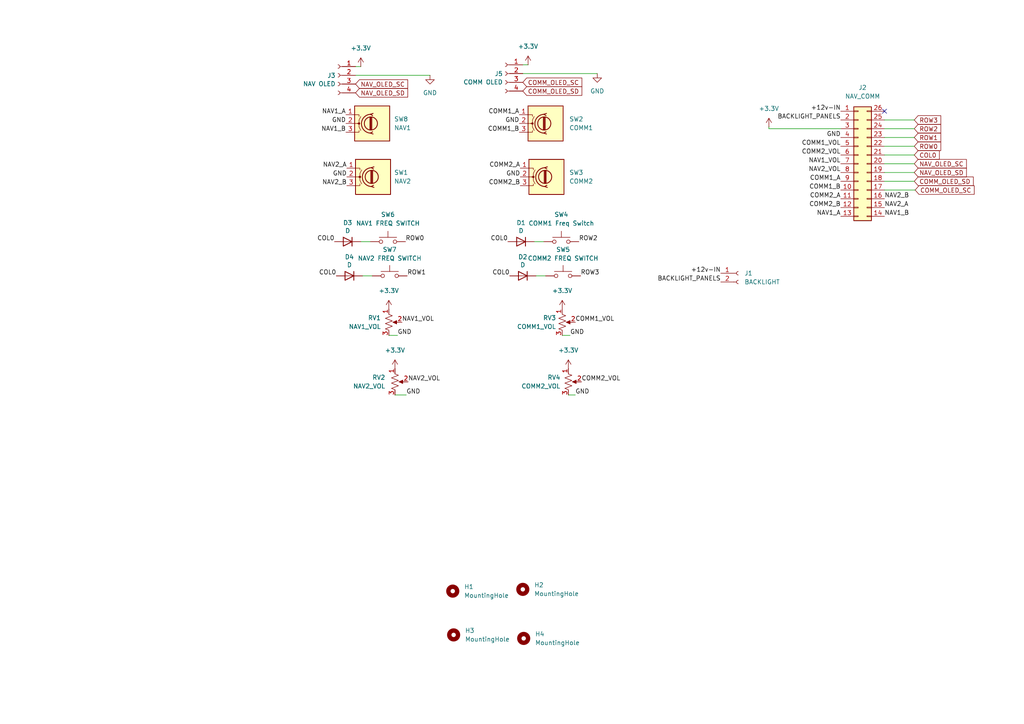
<source format=kicad_sch>
(kicad_sch (version 20250114) (generator "eeschema") (generator_version "9.0")
  (paper "A4")
  (title_block (date "2024-08-10"))
  (lib_symbols
    (symbol "Connector:Conn_01x02_Socket" (pin_names (offset 1.016) (hide yes))
      (property "Reference" "J" (at 0 2.54 0))
      (property "Value" "Conn_01x02_Socket" (at 0 -5.08 0))
      (symbol "Conn_01x02_Socket_1_1"
        (polyline (pts (xy -1.27 0) (xy -0.508 0)) (stroke (width 0.1524)))
        (polyline (pts (xy -1.27 -2.54) (xy -0.508 -2.54)) (stroke (width 0.1524)))
        (arc (start 0 -0.508) (mid -0.5058 0) (end 0 0.508) (stroke (width 0.1524)))
        (arc (start 0 -3.048) (mid -0.5058 -2.54) (end 0 -2.032) (stroke (width 0.1524)))
        (pin passive line (at -5.08 0 0) (length 3.81) (name "Pin_1") (number "1"))
        (pin passive line (at -5.08 -2.54 0) (length 3.81) (name "Pin_2") (number "2"))
      )
    )
    (symbol "Connector:Conn_01x04_Socket" (pin_names (offset 1.016) (hide yes))
      (property "Reference" "J" (at 0 5.08 0))
      (property "Value" "Conn_01x04_Socket" (at 0 -7.62 0))
      (symbol "Conn_01x04_Socket_1_1"
        (polyline (pts (xy -1.27 2.54) (xy -0.508 2.54)) (stroke (width 0.1524)))
        (polyline (pts (xy -1.27 0) (xy -0.508 0)) (stroke (width 0.1524)))
        (polyline (pts (xy -1.27 -2.54) (xy -0.508 -2.54)) (stroke (width 0.1524)))
        (polyline (pts (xy -1.27 -5.08) (xy -0.508 -5.08)) (stroke (width 0.1524)))
        (arc (start 0 2.032) (mid -0.5058 2.54) (end 0 3.048) (stroke (width 0.1524)))
        (arc (start 0 -0.508) (mid -0.5058 0) (end 0 0.508) (stroke (width 0.1524)))
        (arc (start 0 -3.048) (mid -0.5058 -2.54) (end 0 -2.032) (stroke (width 0.1524)))
        (arc (start 0 -5.588) (mid -0.5058 -5.08) (end 0 -4.572) (stroke (width 0.1524)))
        (pin passive line (at -5.08 2.54 0) (length 3.81) (name "Pin_1") (number "1"))
        (pin passive line (at -5.08 0 0) (length 3.81) (name "Pin_2") (number "2"))
        (pin passive line (at -5.08 -2.54 0) (length 3.81) (name "Pin_3") (number "3"))
        (pin passive line (at -5.08 -5.08 0) (length 3.81) (name "Pin_4") (number "4"))
      )
    )
    (symbol "Connector_Generic:Conn_02x13_Counter_Clockwise" (pin_names (offset 1.016) (hide yes))
      (property "Reference" "J" (at 1.27 17.78 0))
      (property "Value" "Conn_02x13_Counter_Clockwise" (at 1.27 -17.78 0))
      (symbol "Conn_02x13_Counter_Clockwise_1_1"
        (rectangle (start -1.27 16.51) (end 3.81 -16.51) (stroke (width 0.254)) (fill (type background)))
        (rectangle (start -1.27 15.367) (end 0 15.113) (stroke (width 0.1524)))
        (rectangle (start -1.27 12.827) (end 0 12.573) (stroke (width 0.1524)))
        (rectangle (start -1.27 10.287) (end 0 10.033) (stroke (width 0.1524)))
        (rectangle (start -1.27 7.747) (end 0 7.493) (stroke (width 0.1524)))
        (rectangle (start -1.27 5.207) (end 0 4.953) (stroke (width 0.1524)))
        (rectangle (start -1.27 2.667) (end 0 2.413) (stroke (width 0.1524)))
        (rectangle (start -1.27 0.127) (end 0 -0.127) (stroke (width 0.1524)))
        (rectangle (start -1.27 -2.413) (end 0 -2.667) (stroke (width 0.1524)))
        (rectangle (start -1.27 -4.953) (end 0 -5.207) (stroke (width 0.1524)))
        (rectangle (start -1.27 -7.493) (end 0 -7.747) (stroke (width 0.1524)))
        (rectangle (start -1.27 -10.033) (end 0 -10.287) (stroke (width 0.1524)))
        (rectangle (start -1.27 -12.573) (end 0 -12.827) (stroke (width 0.1524)))
        (rectangle (start -1.27 -15.113) (end 0 -15.367) (stroke (width 0.1524)))
        (rectangle (start 3.81 15.367) (end 2.54 15.113) (stroke (width 0.1524)))
        (rectangle (start 3.81 12.827) (end 2.54 12.573) (stroke (width 0.1524)))
        (rectangle (start 3.81 10.287) (end 2.54 10.033) (stroke (width 0.1524)))
        (rectangle (start 3.81 7.747) (end 2.54 7.493) (stroke (width 0.1524)))
        (rectangle (start 3.81 5.207) (end 2.54 4.953) (stroke (width 0.1524)))
        (rectangle (start 3.81 2.667) (end 2.54 2.413) (stroke (width 0.1524)))
        (rectangle (start 3.81 0.127) (end 2.54 -0.127) (stroke (width 0.1524)))
        (rectangle (start 3.81 -2.413) (end 2.54 -2.667) (stroke (width 0.1524)))
        (rectangle (start 3.81 -4.953) (end 2.54 -5.207) (stroke (width 0.1524)))
        (rectangle (start 3.81 -7.493) (end 2.54 -7.747) (stroke (width 0.1524)))
        (rectangle (start 3.81 -10.033) (end 2.54 -10.287) (stroke (width 0.1524)))
        (rectangle (start 3.81 -12.573) (end 2.54 -12.827) (stroke (width 0.1524)))
        (rectangle (start 3.81 -15.113) (end 2.54 -15.367) (stroke (width 0.1524)))
        (pin passive line (at -5.08 15.24 0) (length 3.81) (name "Pin_1") (number "1"))
        (pin passive line (at -5.08 12.7 0) (length 3.81) (name "Pin_2") (number "2"))
        (pin passive line (at -5.08 10.16 0) (length 3.81) (name "Pin_3") (number "3"))
        (pin passive line (at -5.08 7.62 0) (length 3.81) (name "Pin_4") (number "4"))
        (pin passive line (at -5.08 5.08 0) (length 3.81) (name "Pin_5") (number "5"))
        (pin passive line (at -5.08 2.54 0) (length 3.81) (name "Pin_6") (number "6"))
        (pin passive line (at -5.08 0 0) (length 3.81) (name "Pin_7") (number "7"))
        (pin passive line (at -5.08 -2.54 0) (length 3.81) (name "Pin_8") (number "8"))
        (pin passive line (at -5.08 -5.08 0) (length 3.81) (name "Pin_9") (number "9"))
        (pin passive line (at -5.08 -7.62 0) (length 3.81) (name "Pin_10") (number "10"))
        (pin passive line (at -5.08 -10.16 0) (length 3.81) (name "Pin_11") (number "11"))
        (pin passive line (at -5.08 -12.7 0) (length 3.81) (name "Pin_12") (number "12"))
        (pin passive line (at -5.08 -15.24 0) (length 3.81) (name "Pin_13") (number "13"))
        (pin passive line (at 7.62 15.24 180) (length 3.81) (name "Pin_26") (number "26"))
        (pin passive line (at 7.62 12.7 180) (length 3.81) (name "Pin_25") (number "25"))
        (pin passive line (at 7.62 10.16 180) (length 3.81) (name "Pin_24") (number "24"))
        (pin passive line (at 7.62 7.62 180) (length 3.81) (name "Pin_23") (number "23"))
        (pin passive line (at 7.62 5.08 180) (length 3.81) (name "Pin_22") (number "22"))
        (pin passive line (at 7.62 2.54 180) (length 3.81) (name "Pin_21") (number "21"))
        (pin passive line (at 7.62 0 180) (length 3.81) (name "Pin_20") (number "20"))
        (pin passive line (at 7.62 -2.54 180) (length 3.81) (name "Pin_19") (number "19"))
        (pin passive line (at 7.62 -5.08 180) (length 3.81) (name "Pin_18") (number "18"))
        (pin passive line (at 7.62 -7.62 180) (length 3.81) (name "Pin_17") (number "17"))
        (pin passive line (at 7.62 -10.16 180) (length 3.81) (name "Pin_16") (number "16"))
        (pin passive line (at 7.62 -12.7 180) (length 3.81) (name "Pin_15") (number "15"))
        (pin passive line (at 7.62 -15.24 180) (length 3.81) (name "Pin_14") (number "14"))
      )
    )
    (symbol "Device:D" (pin_numbers (hide yes)) (pin_names (offset 1.016) (hide yes))
      (property "Reference" "D" (at 0 2.54 0))
      (property "Value" "D" (at 0 -2.54 0))
      (symbol "D_0_1"
        (polyline (pts (xy -1.27 1.27) (xy -1.27 -1.27)) (stroke (width 0.254)))
        (polyline (pts (xy 1.27 1.27) (xy 1.27 -1.27) (xy -1.27 0) (xy 1.27 1.27)) (stroke (width 0.254)))
        (polyline (pts (xy 1.27 0) (xy -1.27 0)))
      )
      (symbol "D_1_1"
        (pin passive line (at -3.81 0 0) (length 2.54) (name "K") (number "1"))
        (pin passive line (at 3.81 0 180) (length 2.54) (name "A") (number "2"))
      )
    )
    (symbol "Device:R_Potentiometer_US" (pin_names (offset 1.016) (hide yes))
      (property "Reference" "RV" (at -4.445 0 90))
      (property "Value" "R_Potentiometer_US" (at -2.54 0 90))
      (symbol "R_Potentiometer_US_0_1"
        (polyline (pts (xy 0 2.54) (xy 0 2.286)))
        (polyline (pts (xy 0 2.286) (xy 1.016 1.905) (xy 0 1.524) (xy -1.016 1.143) (xy 0 0.762)))
        (polyline (pts (xy 0 0.762) (xy 1.016 0.381) (xy 0 0) (xy -1.016 -0.381) (xy 0 -0.762)))
        (polyline (pts (xy 0 -0.762) (xy 1.016 -1.143) (xy 0 -1.524) (xy -1.016 -1.905) (xy 0 -2.286)))
        (polyline (pts (xy 0 -2.286) (xy 0 -2.54)))
        (polyline (pts (xy 1.143 0) (xy 2.286 0.508) (xy 2.286 -0.508) (xy 1.143 0)) (fill (type outline)))
        (polyline (pts (xy 2.54 0) (xy 1.524 0)))
      )
      (symbol "R_Potentiometer_US_1_1"
        (pin passive line (at 0 3.81 270) (length 1.27) (name "1") (number "1"))
        (pin passive line (at 0 -3.81 90) (length 1.27) (name "3") (number "3"))
        (pin passive line (at 3.81 0 180) (length 1.27) (name "2") (number "2"))
      )
    )
    (symbol "Mechanical:MountingHole" (pin_names (offset 1.016)) (in_bom no)
      (property "Reference" "H" (at 0 5.08 0))
      (property "Value" "MountingHole" (at 0 3.175 0))
      (symbol "MountingHole_0_1"
        (circle (center 0 0) (radius 1.27) (stroke (width 1.27)))
      )
    )
    (symbol "RotaryEncoder_2" (pin_names (offset 0.254) (hide yes))
      (property "Reference" "SW2" (at 5.842 0.8347 0))
      (property "Value" "ENCODER_2" (at 5.842 -1.7022 0))
      (symbol "RotaryEncoder_2_0_1"
        (rectangle (start -5.08 5.08) (end 5.08 -5.08) (stroke (width 0.254)) (fill (type background)))
        (polyline (pts (xy -5.08 2.54) (xy -3.81 2.54) (xy -3.81 2.032)))
        (polyline (pts (xy -5.08 0) (xy -3.81 0) (xy -3.81 -1.016) (xy -3.302 -2.032)))
        (polyline (pts (xy -5.08 -2.54) (xy -3.81 -2.54) (xy -3.81 -2.032)))
        (polyline (pts (xy -4.318 0) (xy -3.81 0) (xy -3.81 1.016) (xy -3.302 2.032)))
        (circle (center -3.81 0) (radius 0.254) (fill (type outline)))
        (polyline (pts (xy -0.635 -1.778) (xy -0.635 1.778)) (stroke (width 0.254)))
        (circle (center -0.381 0) (radius 1.905) (stroke (width 0.254)))
        (polyline (pts (xy -0.381 -1.778) (xy -0.381 1.778)) (stroke (width 0.254)))
        (arc (start -0.381 -2.794) (mid -3.0988 -0.0635) (end -0.381 2.667) (stroke (width 0.254)))
        (polyline (pts (xy -0.127 1.778) (xy -0.127 -1.778)) (stroke (width 0.254)))
        (polyline (pts (xy 0.254 2.921) (xy -0.508 2.667) (xy 0.127 2.286)) (stroke (width 0.254)))
        (polyline (pts (xy 0.254 -3.048) (xy -0.508 -2.794) (xy 0.127 -2.413)) (stroke (width 0.254)))
      )
      (symbol "RotaryEncoder_2_1_1"
        (pin passive line (at -7.62 2.54 0) (length 2.54) (name "1") (number "1"))
        (pin passive line (at -7.62 0 0) (length 2.54) (name "2") (number "2"))
        (pin passive line (at -7.62 -2.54 0) (length 2.54) (name "3") (number "3"))
      )
    )
    (symbol "Switch:SW_Push" (pin_numbers (hide yes)) (pin_names (offset 1.016) (hide yes))
      (property "Reference" "SW" (at 1.27 2.54 0))
      (property "Value" "SW_Push" (at 0 -1.524 0))
      (symbol "SW_Push_0_1"
        (circle (center -2.032 0) (radius 0.508))
        (polyline (pts (xy 0 1.27) (xy 0 3.048)))
        (circle (center 2.032 0) (radius 0.508))
        (polyline (pts (xy 2.54 1.27) (xy -2.54 1.27)))
        (pin passive line (at -5.08 0 0) (length 2.54) (name "1") (number "1"))
        (pin passive line (at 5.08 0 180) (length 2.54) (name "2") (number "2"))
      )
    )
    (symbol "power:+3.3V" (power) (pin_numbers (hide yes)) (pin_names (offset 0) (hide yes))
      (property "Value" "+3.3V" (at 0 3.556 0))
      (symbol "+3.3V_0_1"
        (polyline (pts (xy -0.762 1.27) (xy 0 2.54)))
        (polyline (pts (xy 0 2.54) (xy 0.762 1.27)))
        (polyline (pts (xy 0 0) (xy 0 2.54)))
      )
      (symbol "+3.3V_1_1"
        (pin power_in line (at 0 0 90) (length 0) (name "~") (number "1"))
      )
    )
    (symbol "power:GND" (power) (pin_numbers (hide yes)) (pin_names (offset 0) (hide yes))
      (property "Value" "GND" (at 0 -3.81 0))
      (symbol "GND_0_1"
        (polyline (pts (xy 0 0) (xy 0 -1.27) (xy 1.27 -1.27) (xy 0 -2.54) (xy -1.27 -1.27) (xy 0 -1.27)))
      )
      (symbol "GND_1_1"
        (pin power_in line (at 0 0 270) (length 0) (name "~") (number "1"))
      )
    )
  )
  (no_connect (at 256.54 32.258))
  (wire (pts (xy 164.846 114.554) (xy 166.878 114.554)))
  (wire (pts (xy 256.54 52.578) (xy 265.176 52.578)))
  (wire (pts (xy 256.54 34.798) (xy 265.176 34.798)))
  (wire (pts (xy 105.156 80.01) (xy 107.95 80.01)))
  (wire (pts (xy 223.012 37.338) (xy 223.012 36.83)))
  (wire (pts (xy 151.638 21.336) (xy 173.228 21.336)))
  (wire (pts (xy 104.648 70.104) (xy 107.442 70.104)))
  (wire (pts (xy 114.554 114.554) (xy 117.856 114.554)))
  (wire (pts (xy 256.54 44.958) (xy 265.176 44.958)))
  (wire (pts (xy 256.54 55.118) (xy 265.43 55.118)))
  (wire (pts (xy 256.54 50.038) (xy 265.176 50.038)))
  (wire (pts (xy 256.54 47.498) (xy 265.176 47.498)))
  (wire (pts (xy 163.068 97.282) (xy 165.354 97.282)))
  (wire (pts (xy 256.54 39.878) (xy 265.176 39.878)))
  (wire (pts (xy 256.54 37.338) (xy 265.176 37.338)))
  (wire (pts (xy 112.776 97.282) (xy 115.316 97.282)))
  (wire (pts (xy 223.012 37.338) (xy 243.84 37.338)))
  (wire (pts (xy 103.124 19.304) (xy 104.648 19.304)))
  (wire (pts (xy 154.94 70.104) (xy 157.734 70.104)))
  (wire (pts (xy 256.54 42.418) (xy 265.176 42.418)))
  (wire (pts (xy 155.448 80.01) (xy 158.242 80.01)))
  (wire (pts (xy 151.638 18.796) (xy 153.162 18.796)))
  (wire (pts (xy 103.124 21.844) (xy 124.714 21.844)))
  (label "GND" (at 117.856 114.554 0))
  (label "NAV1_B" (at 100.33 38.354 180))
  (label "GND" (at 165.354 97.282 0))
  (label "+12v-IN" (at 209.042 79.248 180))
  (label "NAV2_VOL" (at 118.364 110.744 0))
  (label "ROW1" (at 118.11 80.01 0))
  (label "NAV2_VOL" (at 243.84 50.038 180))
  (label "COL0" (at 147.828 80.01 180))
  (label "COMM1_B" (at 150.622 38.354 180))
  (label "NAV2_B" (at 100.584 53.848 180))
  (label "GND" (at 100.584 51.308 180))
  (label "+12v-IN" (at 243.84 32.258 180))
  (label "COMM1_VOL" (at 166.878 93.472 0))
  (label "COL0" (at 97.536 80.01 180))
  (label "GND" (at 166.878 114.554 0))
  (label "COMM2_VOL" (at 168.656 110.744 0))
  (label "BACKLIGHT_PANELS" (at 243.84 34.798 180))
  (label "COL0" (at 97.028 70.104 180))
  (label "COMM1_A" (at 150.622 33.274 180))
  (label "COMM1_VOL" (at 243.84 42.418 180))
  (label "GND" (at 115.316 97.282 0))
  (label "NAV2_A" (at 100.584 48.768 180))
  (label "NAV1_B" (at 256.54 62.738 0))
  (label "NAV1_VOL" (at 243.84 47.498 180))
  (label "COL0" (at 147.32 70.104 180))
  (label "GND" (at 100.33 35.814 180))
  (label "COMM2_B" (at 150.876 53.848 180))
  (label "COMM1_A" (at 243.84 52.578 180))
  (label "GND" (at 243.84 39.878 180))
  (label "ROW3" (at 168.402 80.01 0))
  (label "COMM2_VOL" (at 243.84 44.958 180))
  (label "COMM2_A" (at 150.876 48.768 180))
  (label "COMM2_B" (at 243.84 60.198 180))
  (label "ROW2" (at 167.894 70.104 0))
  (label "COMM2_A" (at 243.84 57.658 180))
  (label "NAV1_VOL" (at 116.586 93.472 0))
  (label "COMM1_B" (at 243.84 55.118 180))
  (label "NAV2_B" (at 256.54 57.658 0))
  (label "NAV1_A" (at 100.33 33.274 180))
  (label "GND" (at 150.622 35.814 180))
  (label "BACKLIGHT_PANELS" (at 209.042 81.788 180))
  (label "NAV1_A" (at 243.84 62.738 180))
  (label "ROW0" (at 117.602 70.104 0))
  (label "GND" (at 150.876 51.308 180))
  (label "NAV2_A" (at 256.54 60.198 0))
  (global_label "ROW2" (shape input) (at 265.176 37.338 0) (property "Intersheetrefs" "${INTERSHEET_REFS}" (effects (hide yes))))
  (global_label "ROW1" (shape input) (at 265.176 39.878 0) (property "Intersheetrefs" "${INTERSHEET_REFS}" (effects (hide yes))))
  (global_label "COMM_OLED_SD" (shape input) (at 265.176 52.578 0) (property "Intersheetrefs" "${INTERSHEET_REFS}" (effects (hide yes))))
  (global_label "ROW0" (shape input) (at 265.176 42.418 0) (property "Intersheetrefs" "${INTERSHEET_REFS}" (effects (hide yes))))
  (global_label "COMM_OLED_SC" (shape input) (at 151.638 23.876 0) (property "Intersheetrefs" "${INTERSHEET_REFS}" (effects (hide yes))))
  (global_label "NAV_OLED_SC" (shape input) (at 265.176 47.498 0) (property "Intersheetrefs" "${INTERSHEET_REFS}" (effects (hide yes))))
  (global_label "NAV_OLED_SC" (shape input) (at 103.124 24.384 0) (property "Intersheetrefs" "${INTERSHEET_REFS}" (effects (hide yes))))
  (global_label "COMM_OLED_SD" (shape input) (at 151.638 26.416 0) (property "Intersheetrefs" "${INTERSHEET_REFS}" (effects (hide yes))))
  (global_label "ROW3" (shape input) (at 265.176 34.798 0) (property "Intersheetrefs" "${INTERSHEET_REFS}" (effects (hide yes))))
  (global_label "COMM_OLED_SC" (shape input) (at 265.43 55.118 0) (property "Intersheetrefs" "${INTERSHEET_REFS}" (effects (hide yes))))
  (global_label "NAV_OLED_SD" (shape input) (at 103.124 26.924 0) (property "Intersheetrefs" "${INTERSHEET_REFS}" (effects (hide yes))))
  (global_label "COL0" (shape input) (at 265.176 44.958 0) (property "Intersheetrefs" "${INTERSHEET_REFS}" (effects (hide yes))))
  (global_label "NAV_OLED_SD" (shape input) (at 265.176 50.038 0) (property "Intersheetrefs" "${INTERSHEET_REFS}" (effects (hide yes))))
  (symbol (lib_id "Connector_Generic:Conn_02x13_Counter_Clockwise") (at 248.92 47.498 0) (unit 1)
    (property "Reference" "J2" (at 250.19 25.4 0))
    (property "Value" "NAV_COMM" (at 250.19 27.94 0))
    (property "Footprint" "Connector_IDC:IDC-Header_2x13_P2.54mm_Vertical" (effects (hide yes)))
    (property "Description" "Generic connector, double row, 02x13, counter clockwise pin numbering scheme (similar to DIP package numbering), script generated (kicad-library-utils/schlib/autogen/connector/)" (effects (hide yes)))
  )
  (symbol (lib_id "Device:R_Potentiometer_US") (at 163.068 93.472 0) (unit 1)
    (property "Reference" "RV3" (at 161.29 92.2019 0) (effects (justify right)))
    (property "Value" "COMM1_VOL" (at 161.29 94.7419 0) (effects (justify right)))
    (property "Footprint" "Connector_JST:JST_XH_B3B-XH-A_1x03_P2.50mm_Vertical" (effects (hide yes)))
  )
  (symbol (lib_id "Switch:SW_Push") (at 113.03 80.01 0) (unit 1)
    (property "Reference" "SW7" (at 113.03 72.39 0))
    (property "Value" "NAV2 FREQ SWITCH" (at 113.03 74.93 0))
    (property "Footprint" "Connector_JST:JST_XH_B2B-XH-A_1x02_P2.50mm_Vertical" (effects (hide yes)))
  )
  (symbol (lib_id "Mechanical:MountingHole") (at 131.572 184.15 0) (unit 1) (in_bom no)
    (property "Reference" "H3" (at 134.874 182.8799 0) (effects (justify left)))
    (property "Value" "MountingHole" (at 134.874 185.4199 0) (effects (justify left)))
    (property "Footprint" "MountingHole:MountingHole_3.2mm_M3" (effects (hide yes)))
    (property "Description" "Mounting Hole without connection" (effects (hide yes)))
  )
  (symbol (lib_id "Device:R_Potentiometer_US") (at 112.776 93.472 0) (unit 1)
    (property "Reference" "RV1" (at 110.49 92.2019 0) (effects (justify right)))
    (property "Value" "NAV1_VOL" (at 110.49 94.7419 0) (effects (justify right)))
    (property "Footprint" "Connector_JST:JST_XH_B3B-XH-A_1x03_P2.50mm_Vertical" (effects (hide yes)))
  )
  (symbol (lib_id "power:+3.3V") (at 163.068 89.662 0) (unit 1)
    (property "Reference" "#PWR013" (effects (hide yes)))
    (property "Value" "+3.3V" (at 163.068 84.328 0))
    (property "Description" "Power symbol creates a global label with name \"+3.3V\"" (effects (hide yes)))
  )
  (symbol (lib_id "power:+3.3V") (at 153.162 18.796 0) (unit 1)
    (property "Reference" "#PWR01" (effects (hide yes)))
    (property "Value" "+3.3V" (at 153.162 13.462 0))
    (property "Description" "Power symbol creates a global label with name \"+3.3V\"" (effects (hide yes)))
  )
  (symbol (lib_id "power:+3.3V") (at 164.846 106.934 0) (unit 1)
    (property "Reference" "#PWR012" (effects (hide yes)))
    (property "Value" "+3.3V" (at 164.846 101.6 0))
    (property "Description" "Power symbol creates a global label with name \"+3.3V\"" (effects (hide yes)))
  )
  (symbol (lib_id "Device:D") (at 100.838 70.104 0) (mirror y) (unit 1)
    (property "Reference" "D3" (at 100.838 64.6176 0))
    (property "Value" "D" (at 100.838 66.929 0))
    (property "Footprint" "Diode_THT:D_A-405_P7.62mm_Horizontal" (effects (hide yes)))
  )
  (symbol (lib_id "power:GND") (at 124.714 21.844 0) (unit 1)
    (property "Reference" "#PWR04" (effects (hide yes)))
    (property "Value" "GND" (at 124.714 26.924 0))
    (property "Description" "Power symbol creates a global label with name \"GND\" , ground" (effects (hide yes)))
  )
  (symbol (lib_id "Device:D") (at 101.346 80.01 0) (mirror y) (unit 1)
    (property "Reference" "D4" (at 101.346 74.5236 0))
    (property "Value" "D" (at 101.346 76.835 0))
    (property "Footprint" "Diode_THT:D_A-405_P7.62mm_Horizontal" (effects (hide yes)))
  )
  (symbol (lib_name "RotaryEncoder_2") (lib_id "Device:RotaryEncoder") (at 108.204 51.308 0) (unit 1)
    (property "Reference" "SW1" (at 114.3 50.0379 0) (effects (justify left)))
    (property "Value" "NAV2" (at 114.3 52.5779 0) (effects (justify left)))
    (property "Footprint" "Connector_JST:JST_XH_B3B-XH-A_1x03_P2.50mm_Vertical" (effects (hide yes)))
  )
  (symbol (lib_id "Connector:Conn_01x02_Socket") (at 214.122 79.248 0) (unit 1)
    (property "Reference" "J1" (at 215.9 79.2479 0) (effects (justify left)))
    (property "Value" "BACKLIGHT" (at 215.9 81.7879 0) (effects (justify left)))
    (property "Footprint" "Connector_JST:JST_XH_B2B-XH-A_1x02_P2.50mm_Vertical" (effects (hide yes)))
    (property "Description" "Generic connector, single row, 01x02, script generated" (effects (hide yes)))
  )
  (symbol (lib_id "Connector:Conn_01x04_Socket") (at 98.044 21.844 0) (mirror y) (unit 1)
    (property "Reference" "J3" (at 97.3328 21.9019 0) (effects (justify left)))
    (property "Value" "NAV OLED" (at 97.3328 24.3261 0) (effects (justify left)))
    (property "Footprint" "Connector_JST:JST_XH_B4B-XH-A_1x04_P2.50mm_Vertical" (effects (hide yes)))
  )
  (symbol (lib_id "Mechanical:MountingHole") (at 151.638 170.942 0) (unit 1) (in_bom no)
    (property "Reference" "H2" (at 154.94 169.6719 0) (effects (justify left)))
    (property "Value" "MountingHole" (at 154.94 172.2119 0) (effects (justify left)))
    (property "Footprint" "MountingHole:MountingHole_3.2mm_M3" (effects (hide yes)))
    (property "Description" "Mounting Hole without connection" (effects (hide yes)))
  )
  (symbol (lib_id "power:+3.3V") (at 223.012 36.83 0) (unit 1)
    (property "Reference" "#PWR02" (effects (hide yes)))
    (property "Value" "+3.3V" (at 223.012 31.496 0))
    (property "Description" "Power symbol creates a global label with name \"+3.3V\"" (effects (hide yes)))
  )
  (symbol (lib_id "Mechanical:MountingHole") (at 151.892 185.166 0) (unit 1) (in_bom no)
    (property "Reference" "H4" (at 155.194 183.8959 0) (effects (justify left)))
    (property "Value" "MountingHole" (at 155.194 186.4359 0) (effects (justify left)))
    (property "Footprint" "MountingHole:MountingHole_3.2mm_M3" (effects (hide yes)))
    (property "Description" "Mounting Hole without connection" (effects (hide yes)))
  )
  (symbol (lib_id "power:+3.3V") (at 112.776 89.662 0) (unit 1)
    (property "Reference" "#PWR010" (effects (hide yes)))
    (property "Value" "+3.3V" (at 112.776 84.328 0))
    (property "Description" "Power symbol creates a global label with name \"+3.3V\"" (effects (hide yes)))
  )
  (symbol (lib_id "power:+3.3V") (at 104.648 19.304 0) (unit 1)
    (property "Reference" "#PWR07" (effects (hide yes)))
    (property "Value" "+3.3V" (at 104.648 13.97 0))
    (property "Description" "Power symbol creates a global label with name \"+3.3V\"" (effects (hide yes)))
  )
  (symbol (lib_name "RotaryEncoder_2") (lib_id "Device:RotaryEncoder") (at 158.496 51.308 0) (unit 1)
    (property "Reference" "SW3" (at 165.1 50.0379 0) (effects (justify left)))
    (property "Value" "COMM2" (at 165.1 52.5779 0) (effects (justify left)))
    (property "Footprint" "Connector_JST:JST_XH_B3B-XH-A_1x03_P2.50mm_Vertical" (effects (hide yes)))
  )
  (symbol (lib_id "Switch:SW_Push") (at 163.322 80.01 0) (unit 1)
    (property "Reference" "SW5" (at 163.322 72.39 0))
    (property "Value" "COMM2 FREQ SWITCH" (at 163.322 74.93 0))
    (property "Footprint" "Connector_JST:JST_XH_B2B-XH-A_1x02_P2.50mm_Vertical" (effects (hide yes)))
  )
  (symbol (lib_name "RotaryEncoder_2") (lib_id "Device:RotaryEncoder") (at 158.242 35.814 0) (unit 1)
    (property "Reference" "SW2" (at 165.1 34.5439 0) (effects (justify left)))
    (property "Value" "COMM1" (at 165.1 37.0839 0) (effects (justify left)))
    (property "Footprint" "Connector_JST:JST_XH_B3B-XH-A_1x03_P2.50mm_Vertical" (effects (hide yes)))
  )
  (symbol (lib_id "Device:D") (at 151.638 80.01 0) (mirror y) (unit 1)
    (property "Reference" "D2" (at 151.638 74.5236 0))
    (property "Value" "D" (at 151.638 76.835 0))
    (property "Footprint" "Diode_THT:D_A-405_P7.62mm_Horizontal" (effects (hide yes)))
  )
  (symbol (lib_id "Switch:SW_Push") (at 162.814 70.104 0) (unit 1)
    (property "Reference" "SW4" (at 162.814 62.23 0))
    (property "Value" "COMM1 Freq Switch" (at 162.814 64.77 0))
    (property "Footprint" "Connector_JST:JST_XH_B2B-XH-A_1x02_P2.50mm_Vertical" (effects (hide yes)))
  )
  (symbol (lib_id "power:+3.3V") (at 114.554 106.934 0) (unit 1)
    (property "Reference" "#PWR011" (effects (hide yes)))
    (property "Value" "+3.3V" (at 114.554 101.6 0))
    (property "Description" "Power symbol creates a global label with name \"+3.3V\"" (effects (hide yes)))
  )
  (symbol (lib_id "Mechanical:MountingHole") (at 131.318 171.45 0) (unit 1) (in_bom no)
    (property "Reference" "H1" (at 134.62 170.1799 0) (effects (justify left)))
    (property "Value" "MountingHole" (at 134.62 172.7199 0) (effects (justify left)))
    (property "Footprint" "MountingHole:MountingHole_3.2mm_M3" (effects (hide yes)))
    (property "Description" "Mounting Hole without connection" (effects (hide yes)))
  )
  (symbol (lib_id "Connector:Conn_01x04_Socket") (at 146.558 21.336 0) (mirror y) (unit 1)
    (property "Reference" "J5" (at 145.8468 21.3939 0) (effects (justify left)))
    (property "Value" "COMM OLED" (at 145.8468 23.8181 0) (effects (justify left)))
    (property "Footprint" "Connector_JST:JST_XH_B4B-XH-A_1x04_P2.50mm_Vertical" (effects (hide yes)))
  )
  (symbol (lib_id "Device:R_Potentiometer_US") (at 164.846 110.744 0) (unit 1)
    (property "Reference" "RV4" (at 162.56 109.4739 0) (effects (justify right)))
    (property "Value" "COMM2_VOL" (at 162.56 112.0139 0) (effects (justify right)))
    (property "Footprint" "Connector_JST:JST_XH_B3B-XH-A_1x03_P2.50mm_Vertical" (effects (hide yes)))
  )
  (symbol (lib_id "Device:D") (at 151.13 70.104 0) (mirror y) (unit 1)
    (property "Reference" "D1" (at 151.13 64.6176 0))
    (property "Value" "D" (at 151.13 66.929 0))
    (property "Footprint" "Diode_THT:D_A-405_P7.62mm_Horizontal" (effects (hide yes)))
  )
  (symbol (lib_id "Device:R_Potentiometer_US") (at 114.554 110.744 0) (unit 1)
    (property "Reference" "RV2" (at 111.76 109.4739 0) (effects (justify right)))
    (property "Value" "NAV2_VOL" (at 111.76 112.0139 0) (effects (justify right)))
    (property "Footprint" "Connector_JST:JST_XH_B3B-XH-A_1x03_P2.50mm_Vertical" (effects (hide yes)))
  )
  (symbol (lib_id "power:GND") (at 173.228 21.336 0) (unit 1)
    (property "Reference" "#PWR09" (effects (hide yes)))
    (property "Value" "GND" (at 173.228 26.416 0))
    (property "Description" "Power symbol creates a global label with name \"GND\" , ground" (effects (hide yes)))
  )
  (symbol (lib_id "Switch:SW_Push") (at 112.522 70.104 0) (unit 1)
    (property "Reference" "SW6" (at 112.522 62.23 0))
    (property "Value" "NAV1 FREQ SWITCH" (at 112.522 64.77 0))
    (property "Footprint" "Connector_JST:JST_XH_B2B-XH-A_1x02_P2.50mm_Vertical" (effects (hide yes)))
  )
  (symbol (lib_name "RotaryEncoder_2") (lib_id "Device:RotaryEncoder") (at 107.95 35.814 0) (unit 1)
    (property "Reference" "SW8" (at 114.3 34.5439 0) (effects (justify left)))
    (property "Value" "NAV1" (at 114.3 37.0839 0) (effects (justify left)))
    (property "Footprint" "Connector_JST:JST_XH_B3B-XH-A_1x03_P2.50mm_Vertical" (effects (hide yes)))
  )
)
</source>
